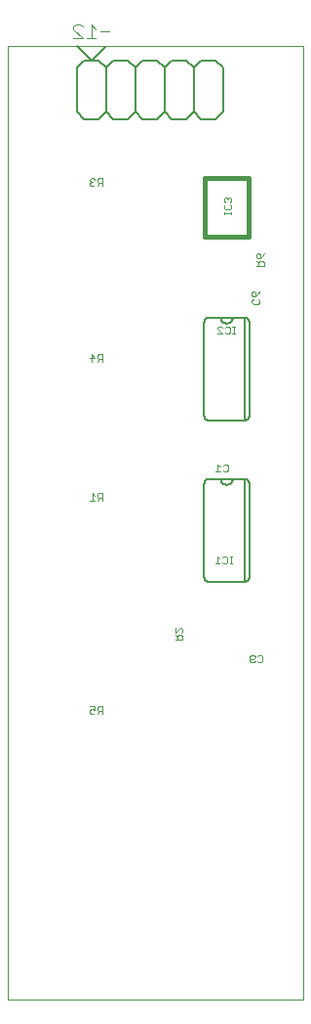
<source format=gbo>
G75*
%MOIN*%
%OFA0B0*%
%FSLAX25Y25*%
%IPPOS*%
%LPD*%
%AMOC8*
5,1,8,0,0,1.08239X$1,22.5*
%
%ADD10C,0.00000*%
%ADD11C,0.01600*%
%ADD12C,0.00200*%
%ADD13C,0.00600*%
%ADD14C,0.00300*%
%ADD15C,0.00500*%
%ADD16C,0.00400*%
D10*
X0001000Y0001000D02*
X0001000Y0325961D01*
X0102201Y0325961D01*
X0102201Y0001000D01*
X0001000Y0001000D01*
D11*
X0068500Y0261000D02*
X0068500Y0281000D01*
X0083500Y0281000D01*
X0083500Y0261000D01*
X0068500Y0261000D01*
D12*
X0075032Y0268577D02*
X0075032Y0269429D01*
X0075032Y0269003D02*
X0077590Y0269003D01*
X0077590Y0268577D02*
X0077590Y0269429D01*
X0077164Y0270268D02*
X0077590Y0270695D01*
X0077590Y0271547D01*
X0077164Y0271974D01*
X0077164Y0272806D02*
X0077590Y0273232D01*
X0077590Y0274085D01*
X0077164Y0274511D01*
X0076738Y0274511D01*
X0076311Y0274085D01*
X0075885Y0274511D01*
X0075459Y0274511D01*
X0075032Y0274085D01*
X0075032Y0273232D01*
X0075459Y0272806D01*
X0075459Y0271974D02*
X0075032Y0271547D01*
X0075032Y0270695D01*
X0075459Y0270268D01*
X0077164Y0270268D01*
X0076311Y0273659D02*
X0076311Y0274085D01*
X0084975Y0242387D02*
X0085401Y0242387D01*
X0085828Y0241961D01*
X0085828Y0240682D01*
X0084975Y0240682D01*
X0084549Y0241108D01*
X0084549Y0241961D01*
X0084975Y0242387D01*
X0086681Y0241535D02*
X0085828Y0240682D01*
X0086681Y0239850D02*
X0087107Y0239424D01*
X0087107Y0238571D01*
X0086681Y0238144D01*
X0084975Y0238144D01*
X0084549Y0238571D01*
X0084549Y0239424D01*
X0084975Y0239850D01*
X0086681Y0241535D02*
X0087107Y0242387D01*
X0086953Y0251100D02*
X0086953Y0252379D01*
X0087379Y0252805D01*
X0088232Y0252805D01*
X0088658Y0252379D01*
X0088658Y0251100D01*
X0086100Y0251100D01*
X0086953Y0251953D02*
X0086100Y0252805D01*
X0086526Y0253638D02*
X0086100Y0254064D01*
X0086100Y0254917D01*
X0086526Y0255343D01*
X0086953Y0255343D01*
X0087379Y0254917D01*
X0087379Y0253638D01*
X0086526Y0253638D01*
X0087379Y0253638D02*
X0088232Y0254490D01*
X0088658Y0255343D01*
X0075929Y0183440D02*
X0075076Y0183440D01*
X0074650Y0183014D01*
X0073818Y0182588D02*
X0072965Y0183440D01*
X0072965Y0180882D01*
X0072113Y0180882D02*
X0073818Y0180882D01*
X0074650Y0181308D02*
X0075076Y0180882D01*
X0075929Y0180882D01*
X0076356Y0181308D01*
X0076356Y0183014D01*
X0075929Y0183440D01*
X0060476Y0127768D02*
X0060049Y0127768D01*
X0058344Y0126062D01*
X0058344Y0127768D01*
X0058344Y0125230D02*
X0059197Y0124377D01*
X0059197Y0124804D02*
X0059197Y0123525D01*
X0058344Y0123525D02*
X0060902Y0123525D01*
X0060902Y0124804D01*
X0060476Y0125230D01*
X0059623Y0125230D01*
X0059197Y0124804D01*
X0060476Y0126062D02*
X0060902Y0126489D01*
X0060902Y0127341D01*
X0060476Y0127768D01*
X0083954Y0117985D02*
X0083954Y0116280D01*
X0084381Y0115854D01*
X0085233Y0115854D01*
X0085660Y0116280D01*
X0086492Y0116280D02*
X0086918Y0115854D01*
X0087771Y0115854D01*
X0088197Y0116280D01*
X0088197Y0117985D01*
X0087771Y0118412D01*
X0086918Y0118412D01*
X0086492Y0117985D01*
X0085660Y0117985D02*
X0085660Y0117559D01*
X0085233Y0117133D01*
X0083954Y0117133D01*
X0083954Y0117985D02*
X0084381Y0118412D01*
X0085233Y0118412D01*
X0085660Y0117985D01*
X0033475Y0100902D02*
X0032196Y0100902D01*
X0031770Y0100476D01*
X0031770Y0099623D01*
X0032196Y0099197D01*
X0033475Y0099197D01*
X0032623Y0099197D02*
X0031770Y0098344D01*
X0030938Y0098770D02*
X0030511Y0098344D01*
X0029659Y0098344D01*
X0029232Y0098770D01*
X0029232Y0099623D01*
X0029659Y0100049D01*
X0030085Y0100049D01*
X0030938Y0099623D01*
X0030938Y0100902D01*
X0029232Y0100902D01*
X0033475Y0100902D02*
X0033475Y0098344D01*
X0033400Y0171100D02*
X0033400Y0173658D01*
X0032121Y0173658D01*
X0031695Y0173232D01*
X0031695Y0172379D01*
X0032121Y0171953D01*
X0033400Y0171953D01*
X0032547Y0171953D02*
X0031695Y0171100D01*
X0030862Y0171100D02*
X0029157Y0171100D01*
X0030010Y0171100D02*
X0030010Y0173658D01*
X0030862Y0172805D01*
X0031770Y0218344D02*
X0032623Y0219197D01*
X0032196Y0219197D02*
X0033475Y0219197D01*
X0033475Y0218344D02*
X0033475Y0220902D01*
X0032196Y0220902D01*
X0031770Y0220476D01*
X0031770Y0219623D01*
X0032196Y0219197D01*
X0030938Y0219623D02*
X0029232Y0219623D01*
X0029659Y0218344D02*
X0029659Y0220902D01*
X0030938Y0219623D01*
X0030511Y0278344D02*
X0029659Y0278344D01*
X0029232Y0278770D01*
X0029232Y0279197D01*
X0029659Y0279623D01*
X0030085Y0279623D01*
X0029659Y0279623D02*
X0029232Y0280049D01*
X0029232Y0280476D01*
X0029659Y0280902D01*
X0030511Y0280902D01*
X0030938Y0280476D01*
X0031770Y0280476D02*
X0031770Y0279623D01*
X0032196Y0279197D01*
X0033475Y0279197D01*
X0032623Y0279197D02*
X0031770Y0278344D01*
X0030938Y0278770D02*
X0030511Y0278344D01*
X0031770Y0280476D02*
X0032196Y0280902D01*
X0033475Y0280902D01*
X0033475Y0278344D01*
D13*
X0032248Y0301038D02*
X0027248Y0301038D01*
X0024748Y0303538D01*
X0024748Y0318538D01*
X0027248Y0321038D01*
X0029748Y0321038D01*
X0032248Y0321038D01*
X0034748Y0318538D01*
X0034748Y0303538D01*
X0037248Y0301038D01*
X0042248Y0301038D01*
X0044748Y0303538D01*
X0044748Y0318538D01*
X0047248Y0321038D01*
X0052248Y0321038D01*
X0054748Y0318538D01*
X0054748Y0303538D01*
X0057248Y0301038D01*
X0062248Y0301038D01*
X0064748Y0303538D01*
X0064748Y0318538D01*
X0067248Y0321038D01*
X0072248Y0321038D01*
X0074748Y0318538D01*
X0074748Y0303538D01*
X0072248Y0301038D01*
X0067248Y0301038D01*
X0064748Y0303538D01*
X0064748Y0318538D02*
X0062248Y0321038D01*
X0057248Y0321038D01*
X0054748Y0318538D01*
X0054748Y0303538D02*
X0052248Y0301038D01*
X0047248Y0301038D01*
X0044748Y0303538D01*
X0044748Y0318538D02*
X0042248Y0321038D01*
X0037248Y0321038D01*
X0034748Y0318538D01*
X0034748Y0303538D02*
X0032248Y0301038D01*
X0068300Y0232000D02*
X0068300Y0200000D01*
X0068302Y0199924D01*
X0068308Y0199848D01*
X0068317Y0199773D01*
X0068331Y0199698D01*
X0068348Y0199624D01*
X0068369Y0199551D01*
X0068393Y0199479D01*
X0068422Y0199408D01*
X0068453Y0199339D01*
X0068488Y0199272D01*
X0068527Y0199207D01*
X0068569Y0199143D01*
X0068614Y0199082D01*
X0068662Y0199023D01*
X0068713Y0198967D01*
X0068767Y0198913D01*
X0068823Y0198862D01*
X0068882Y0198814D01*
X0068943Y0198769D01*
X0069007Y0198727D01*
X0069072Y0198688D01*
X0069139Y0198653D01*
X0069208Y0198622D01*
X0069279Y0198593D01*
X0069351Y0198569D01*
X0069424Y0198548D01*
X0069498Y0198531D01*
X0069573Y0198517D01*
X0069648Y0198508D01*
X0069724Y0198502D01*
X0069800Y0198500D01*
X0082200Y0198500D01*
X0082300Y0198500D02*
X0082300Y0233500D01*
X0082200Y0233500D02*
X0078000Y0233500D01*
X0074000Y0233500D01*
X0069800Y0233500D01*
X0069724Y0233498D01*
X0069648Y0233492D01*
X0069573Y0233483D01*
X0069498Y0233469D01*
X0069424Y0233452D01*
X0069351Y0233431D01*
X0069279Y0233407D01*
X0069208Y0233378D01*
X0069139Y0233347D01*
X0069072Y0233312D01*
X0069007Y0233273D01*
X0068943Y0233231D01*
X0068882Y0233186D01*
X0068823Y0233138D01*
X0068767Y0233087D01*
X0068713Y0233033D01*
X0068662Y0232977D01*
X0068614Y0232918D01*
X0068569Y0232857D01*
X0068527Y0232793D01*
X0068488Y0232728D01*
X0068453Y0232661D01*
X0068422Y0232592D01*
X0068393Y0232521D01*
X0068369Y0232449D01*
X0068348Y0232376D01*
X0068331Y0232302D01*
X0068317Y0232227D01*
X0068308Y0232152D01*
X0068302Y0232076D01*
X0068300Y0232000D01*
X0074000Y0233500D02*
X0074002Y0233412D01*
X0074008Y0233323D01*
X0074018Y0233235D01*
X0074031Y0233148D01*
X0074049Y0233061D01*
X0074070Y0232975D01*
X0074095Y0232890D01*
X0074124Y0232807D01*
X0074157Y0232724D01*
X0074193Y0232644D01*
X0074232Y0232565D01*
X0074275Y0232487D01*
X0074322Y0232412D01*
X0074372Y0232339D01*
X0074425Y0232268D01*
X0074481Y0232199D01*
X0074540Y0232133D01*
X0074602Y0232070D01*
X0074666Y0232010D01*
X0074733Y0231952D01*
X0074803Y0231898D01*
X0074875Y0231846D01*
X0074949Y0231798D01*
X0075026Y0231753D01*
X0075104Y0231712D01*
X0075184Y0231674D01*
X0075265Y0231640D01*
X0075348Y0231609D01*
X0075433Y0231582D01*
X0075518Y0231559D01*
X0075604Y0231540D01*
X0075692Y0231524D01*
X0075779Y0231512D01*
X0075867Y0231504D01*
X0075956Y0231500D01*
X0076044Y0231500D01*
X0076133Y0231504D01*
X0076221Y0231512D01*
X0076308Y0231524D01*
X0076396Y0231540D01*
X0076482Y0231559D01*
X0076567Y0231582D01*
X0076652Y0231609D01*
X0076735Y0231640D01*
X0076816Y0231674D01*
X0076896Y0231712D01*
X0076974Y0231753D01*
X0077051Y0231798D01*
X0077125Y0231846D01*
X0077197Y0231898D01*
X0077267Y0231952D01*
X0077334Y0232010D01*
X0077398Y0232070D01*
X0077460Y0232133D01*
X0077519Y0232199D01*
X0077575Y0232268D01*
X0077628Y0232339D01*
X0077678Y0232412D01*
X0077725Y0232487D01*
X0077768Y0232565D01*
X0077807Y0232644D01*
X0077843Y0232724D01*
X0077876Y0232807D01*
X0077905Y0232890D01*
X0077930Y0232975D01*
X0077951Y0233061D01*
X0077969Y0233148D01*
X0077982Y0233235D01*
X0077992Y0233323D01*
X0077998Y0233412D01*
X0078000Y0233500D01*
X0082200Y0233500D02*
X0082276Y0233498D01*
X0082352Y0233492D01*
X0082427Y0233483D01*
X0082502Y0233469D01*
X0082576Y0233452D01*
X0082649Y0233431D01*
X0082721Y0233407D01*
X0082792Y0233378D01*
X0082861Y0233347D01*
X0082928Y0233312D01*
X0082993Y0233273D01*
X0083057Y0233231D01*
X0083118Y0233186D01*
X0083177Y0233138D01*
X0083233Y0233087D01*
X0083287Y0233033D01*
X0083338Y0232977D01*
X0083386Y0232918D01*
X0083431Y0232857D01*
X0083473Y0232793D01*
X0083512Y0232728D01*
X0083547Y0232661D01*
X0083578Y0232592D01*
X0083607Y0232521D01*
X0083631Y0232449D01*
X0083652Y0232376D01*
X0083669Y0232302D01*
X0083683Y0232227D01*
X0083692Y0232152D01*
X0083698Y0232076D01*
X0083700Y0232000D01*
X0083700Y0200000D01*
X0083698Y0199924D01*
X0083692Y0199848D01*
X0083683Y0199773D01*
X0083669Y0199698D01*
X0083652Y0199624D01*
X0083631Y0199551D01*
X0083607Y0199479D01*
X0083578Y0199408D01*
X0083547Y0199339D01*
X0083512Y0199272D01*
X0083473Y0199207D01*
X0083431Y0199143D01*
X0083386Y0199082D01*
X0083338Y0199023D01*
X0083287Y0198967D01*
X0083233Y0198913D01*
X0083177Y0198862D01*
X0083118Y0198814D01*
X0083057Y0198769D01*
X0082993Y0198727D01*
X0082928Y0198688D01*
X0082861Y0198653D01*
X0082792Y0198622D01*
X0082721Y0198593D01*
X0082649Y0198569D01*
X0082576Y0198548D01*
X0082502Y0198531D01*
X0082427Y0198517D01*
X0082352Y0198508D01*
X0082276Y0198502D01*
X0082200Y0198500D01*
X0082200Y0178500D02*
X0078000Y0178500D01*
X0074000Y0178500D01*
X0069800Y0178500D01*
X0069724Y0178498D01*
X0069648Y0178492D01*
X0069573Y0178483D01*
X0069498Y0178469D01*
X0069424Y0178452D01*
X0069351Y0178431D01*
X0069279Y0178407D01*
X0069208Y0178378D01*
X0069139Y0178347D01*
X0069072Y0178312D01*
X0069007Y0178273D01*
X0068943Y0178231D01*
X0068882Y0178186D01*
X0068823Y0178138D01*
X0068767Y0178087D01*
X0068713Y0178033D01*
X0068662Y0177977D01*
X0068614Y0177918D01*
X0068569Y0177857D01*
X0068527Y0177793D01*
X0068488Y0177728D01*
X0068453Y0177661D01*
X0068422Y0177592D01*
X0068393Y0177521D01*
X0068369Y0177449D01*
X0068348Y0177376D01*
X0068331Y0177302D01*
X0068317Y0177227D01*
X0068308Y0177152D01*
X0068302Y0177076D01*
X0068300Y0177000D01*
X0068300Y0145000D01*
X0068302Y0144924D01*
X0068308Y0144848D01*
X0068317Y0144773D01*
X0068331Y0144698D01*
X0068348Y0144624D01*
X0068369Y0144551D01*
X0068393Y0144479D01*
X0068422Y0144408D01*
X0068453Y0144339D01*
X0068488Y0144272D01*
X0068527Y0144207D01*
X0068569Y0144143D01*
X0068614Y0144082D01*
X0068662Y0144023D01*
X0068713Y0143967D01*
X0068767Y0143913D01*
X0068823Y0143862D01*
X0068882Y0143814D01*
X0068943Y0143769D01*
X0069007Y0143727D01*
X0069072Y0143688D01*
X0069139Y0143653D01*
X0069208Y0143622D01*
X0069279Y0143593D01*
X0069351Y0143569D01*
X0069424Y0143548D01*
X0069498Y0143531D01*
X0069573Y0143517D01*
X0069648Y0143508D01*
X0069724Y0143502D01*
X0069800Y0143500D01*
X0082200Y0143500D01*
X0082300Y0143500D02*
X0082300Y0178500D01*
X0082200Y0178500D02*
X0082276Y0178498D01*
X0082352Y0178492D01*
X0082427Y0178483D01*
X0082502Y0178469D01*
X0082576Y0178452D01*
X0082649Y0178431D01*
X0082721Y0178407D01*
X0082792Y0178378D01*
X0082861Y0178347D01*
X0082928Y0178312D01*
X0082993Y0178273D01*
X0083057Y0178231D01*
X0083118Y0178186D01*
X0083177Y0178138D01*
X0083233Y0178087D01*
X0083287Y0178033D01*
X0083338Y0177977D01*
X0083386Y0177918D01*
X0083431Y0177857D01*
X0083473Y0177793D01*
X0083512Y0177728D01*
X0083547Y0177661D01*
X0083578Y0177592D01*
X0083607Y0177521D01*
X0083631Y0177449D01*
X0083652Y0177376D01*
X0083669Y0177302D01*
X0083683Y0177227D01*
X0083692Y0177152D01*
X0083698Y0177076D01*
X0083700Y0177000D01*
X0083700Y0145000D01*
X0083698Y0144924D01*
X0083692Y0144848D01*
X0083683Y0144773D01*
X0083669Y0144698D01*
X0083652Y0144624D01*
X0083631Y0144551D01*
X0083607Y0144479D01*
X0083578Y0144408D01*
X0083547Y0144339D01*
X0083512Y0144272D01*
X0083473Y0144207D01*
X0083431Y0144143D01*
X0083386Y0144082D01*
X0083338Y0144023D01*
X0083287Y0143967D01*
X0083233Y0143913D01*
X0083177Y0143862D01*
X0083118Y0143814D01*
X0083057Y0143769D01*
X0082993Y0143727D01*
X0082928Y0143688D01*
X0082861Y0143653D01*
X0082792Y0143622D01*
X0082721Y0143593D01*
X0082649Y0143569D01*
X0082576Y0143548D01*
X0082502Y0143531D01*
X0082427Y0143517D01*
X0082352Y0143508D01*
X0082276Y0143502D01*
X0082200Y0143500D01*
X0078000Y0178500D02*
X0077998Y0178412D01*
X0077992Y0178323D01*
X0077982Y0178235D01*
X0077969Y0178148D01*
X0077951Y0178061D01*
X0077930Y0177975D01*
X0077905Y0177890D01*
X0077876Y0177807D01*
X0077843Y0177724D01*
X0077807Y0177644D01*
X0077768Y0177565D01*
X0077725Y0177487D01*
X0077678Y0177412D01*
X0077628Y0177339D01*
X0077575Y0177268D01*
X0077519Y0177199D01*
X0077460Y0177133D01*
X0077398Y0177070D01*
X0077334Y0177010D01*
X0077267Y0176952D01*
X0077197Y0176898D01*
X0077125Y0176846D01*
X0077051Y0176798D01*
X0076974Y0176753D01*
X0076896Y0176712D01*
X0076816Y0176674D01*
X0076735Y0176640D01*
X0076652Y0176609D01*
X0076567Y0176582D01*
X0076482Y0176559D01*
X0076396Y0176540D01*
X0076308Y0176524D01*
X0076221Y0176512D01*
X0076133Y0176504D01*
X0076044Y0176500D01*
X0075956Y0176500D01*
X0075867Y0176504D01*
X0075779Y0176512D01*
X0075692Y0176524D01*
X0075604Y0176540D01*
X0075518Y0176559D01*
X0075433Y0176582D01*
X0075348Y0176609D01*
X0075265Y0176640D01*
X0075184Y0176674D01*
X0075104Y0176712D01*
X0075026Y0176753D01*
X0074949Y0176798D01*
X0074875Y0176846D01*
X0074803Y0176898D01*
X0074733Y0176952D01*
X0074666Y0177010D01*
X0074602Y0177070D01*
X0074540Y0177133D01*
X0074481Y0177199D01*
X0074425Y0177268D01*
X0074372Y0177339D01*
X0074322Y0177412D01*
X0074275Y0177487D01*
X0074232Y0177565D01*
X0074193Y0177644D01*
X0074157Y0177724D01*
X0074124Y0177807D01*
X0074095Y0177890D01*
X0074070Y0177975D01*
X0074049Y0178061D01*
X0074031Y0178148D01*
X0074018Y0178235D01*
X0074008Y0178323D01*
X0074002Y0178412D01*
X0074000Y0178500D01*
D14*
X0074929Y0152108D02*
X0075749Y0152108D01*
X0076158Y0151698D01*
X0076158Y0150060D01*
X0075749Y0149650D01*
X0074929Y0149650D01*
X0074520Y0150060D01*
X0073621Y0149650D02*
X0071982Y0149650D01*
X0072801Y0149650D02*
X0072801Y0152108D01*
X0073621Y0151289D01*
X0074520Y0151698D02*
X0074929Y0152108D01*
X0077031Y0152108D02*
X0077850Y0152108D01*
X0077440Y0152108D02*
X0077440Y0149650D01*
X0077031Y0149650D02*
X0077850Y0149650D01*
X0077912Y0227955D02*
X0078732Y0227955D01*
X0078322Y0227955D02*
X0078322Y0230413D01*
X0078732Y0230413D02*
X0077912Y0230413D01*
X0077040Y0230003D02*
X0077040Y0228365D01*
X0076630Y0227955D01*
X0075811Y0227955D01*
X0075401Y0228365D01*
X0074502Y0227955D02*
X0072864Y0229594D01*
X0072864Y0230003D01*
X0073273Y0230413D01*
X0074093Y0230413D01*
X0074502Y0230003D01*
X0075401Y0230003D02*
X0075811Y0230413D01*
X0076630Y0230413D01*
X0077040Y0230003D01*
X0074502Y0227955D02*
X0072864Y0227955D01*
D15*
X0029748Y0321038D02*
X0034748Y0326038D01*
X0029748Y0321038D02*
X0024748Y0326038D01*
D16*
X0023583Y0328738D02*
X0026652Y0328738D01*
X0023583Y0331807D01*
X0023583Y0332575D01*
X0024350Y0333342D01*
X0025885Y0333342D01*
X0026652Y0332575D01*
X0028187Y0328738D02*
X0031256Y0328738D01*
X0032791Y0331040D02*
X0035860Y0331040D01*
X0031256Y0331807D02*
X0029721Y0333342D01*
X0029721Y0328738D01*
M02*

</source>
